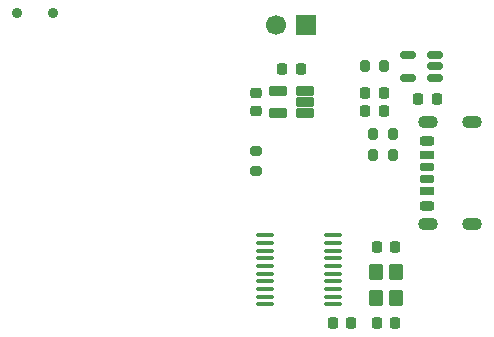
<source format=gbr>
%TF.GenerationSoftware,KiCad,Pcbnew,9.0.6*%
%TF.CreationDate,2025-11-17T13:54:39+01:00*%
%TF.ProjectId,CH32Console,43483332-436f-46e7-936f-6c652e6b6963,rev?*%
%TF.SameCoordinates,Original*%
%TF.FileFunction,Soldermask,Bot*%
%TF.FilePolarity,Negative*%
%FSLAX46Y46*%
G04 Gerber Fmt 4.6, Leading zero omitted, Abs format (unit mm)*
G04 Created by KiCad (PCBNEW 9.0.6) date 2025-11-17 13:54:39*
%MOMM*%
%LPD*%
G01*
G04 APERTURE LIST*
G04 Aperture macros list*
%AMRoundRect*
0 Rectangle with rounded corners*
0 $1 Rounding radius*
0 $2 $3 $4 $5 $6 $7 $8 $9 X,Y pos of 4 corners*
0 Add a 4 corners polygon primitive as box body*
4,1,4,$2,$3,$4,$5,$6,$7,$8,$9,$2,$3,0*
0 Add four circle primitives for the rounded corners*
1,1,$1+$1,$2,$3*
1,1,$1+$1,$4,$5*
1,1,$1+$1,$6,$7*
1,1,$1+$1,$8,$9*
0 Add four rect primitives between the rounded corners*
20,1,$1+$1,$2,$3,$4,$5,0*
20,1,$1+$1,$4,$5,$6,$7,0*
20,1,$1+$1,$6,$7,$8,$9,0*
20,1,$1+$1,$8,$9,$2,$3,0*%
G04 Aperture macros list end*
%ADD10C,0.900000*%
%ADD11RoundRect,0.150000X0.512500X0.150000X-0.512500X0.150000X-0.512500X-0.150000X0.512500X-0.150000X0*%
%ADD12RoundRect,0.102000X0.660000X0.295000X-0.660000X0.295000X-0.660000X-0.295000X0.660000X-0.295000X0*%
%ADD13RoundRect,0.225000X-0.250000X0.225000X-0.250000X-0.225000X0.250000X-0.225000X0.250000X0.225000X0*%
%ADD14RoundRect,0.225000X-0.225000X-0.250000X0.225000X-0.250000X0.225000X0.250000X-0.225000X0.250000X0*%
%ADD15R,1.700000X1.700000*%
%ADD16C,1.700000*%
%ADD17RoundRect,0.225000X0.225000X0.250000X-0.225000X0.250000X-0.225000X-0.250000X0.225000X-0.250000X0*%
%ADD18RoundRect,0.100000X0.637500X0.100000X-0.637500X0.100000X-0.637500X-0.100000X0.637500X-0.100000X0*%
%ADD19RoundRect,0.200000X-0.200000X-0.275000X0.200000X-0.275000X0.200000X0.275000X-0.200000X0.275000X0*%
%ADD20RoundRect,0.250000X0.350000X-0.450000X0.350000X0.450000X-0.350000X0.450000X-0.350000X-0.450000X0*%
%ADD21RoundRect,0.200000X0.200000X0.275000X-0.200000X0.275000X-0.200000X-0.275000X0.200000X-0.275000X0*%
%ADD22RoundRect,0.175000X-0.425000X0.175000X-0.425000X-0.175000X0.425000X-0.175000X0.425000X0.175000X0*%
%ADD23RoundRect,0.190000X0.410000X-0.190000X0.410000X0.190000X-0.410000X0.190000X-0.410000X-0.190000X0*%
%ADD24RoundRect,0.200000X0.400000X-0.200000X0.400000X0.200000X-0.400000X0.200000X-0.400000X-0.200000X0*%
%ADD25RoundRect,0.175000X0.425000X-0.175000X0.425000X0.175000X-0.425000X0.175000X-0.425000X-0.175000X0*%
%ADD26RoundRect,0.190000X-0.410000X0.190000X-0.410000X-0.190000X0.410000X-0.190000X0.410000X0.190000X0*%
%ADD27RoundRect,0.200000X-0.400000X0.200000X-0.400000X-0.200000X0.400000X-0.200000X0.400000X0.200000X0*%
%ADD28O,1.700000X1.100000*%
%ADD29RoundRect,0.200000X-0.275000X0.200000X-0.275000X-0.200000X0.275000X-0.200000X0.275000X0.200000X0*%
G04 APERTURE END LIST*
D10*
%TO.C,S1*%
X148000000Y-66250000D03*
X145000000Y-66250000D03*
%TD*%
D11*
%TO.C,U2*%
X180387500Y-69800000D03*
X180387500Y-70750000D03*
X180387500Y-71700000D03*
X178112500Y-71700000D03*
X178112500Y-69800000D03*
%TD*%
D12*
%TO.C,U3*%
X169395000Y-72800000D03*
X169395000Y-73750000D03*
X169395000Y-74700000D03*
X167105000Y-74700000D03*
X167105000Y-72800000D03*
%TD*%
D13*
%TO.C,C8*%
X165250000Y-72975000D03*
X165250000Y-74525000D03*
%TD*%
D14*
%TO.C,C1*%
X171725000Y-92500000D03*
X173275000Y-92500000D03*
%TD*%
D15*
%TO.C,+BAT-*%
X169500000Y-67250000D03*
D16*
X166960000Y-67250000D03*
%TD*%
D17*
%TO.C,C5*%
X177025000Y-86000000D03*
X175475000Y-86000000D03*
%TD*%
%TO.C,C7*%
X169000000Y-71000000D03*
X167450000Y-71000000D03*
%TD*%
D18*
%TO.C,U1*%
X171725000Y-85050000D03*
X171725000Y-85700000D03*
X171725000Y-86350000D03*
X171725000Y-87000000D03*
X171725000Y-87650000D03*
X171725000Y-88300000D03*
X171725000Y-88950000D03*
X171725000Y-89600000D03*
X171725000Y-90250000D03*
X171725000Y-90900000D03*
X166000000Y-90900000D03*
X166000000Y-90250000D03*
X166000000Y-89600000D03*
X166000000Y-88950000D03*
X166000000Y-88300000D03*
X166000000Y-87650000D03*
X166000000Y-87000000D03*
X166000000Y-86350000D03*
X166000000Y-85700000D03*
X166000000Y-85050000D03*
%TD*%
D17*
%TO.C,C6*%
X180525000Y-73500000D03*
X178975000Y-73500000D03*
%TD*%
D19*
%TO.C,R5*%
X174425000Y-70750000D03*
X176075000Y-70750000D03*
%TD*%
D20*
%TO.C,Y1*%
X175400000Y-90350000D03*
X175400000Y-88150000D03*
X177100000Y-88150000D03*
X177100000Y-90350000D03*
%TD*%
D17*
%TO.C,C2*%
X176025000Y-74500000D03*
X174475000Y-74500000D03*
%TD*%
%TO.C,C3*%
X176025000Y-73000000D03*
X174475000Y-73000000D03*
%TD*%
D14*
%TO.C,C4*%
X175475000Y-92500000D03*
X177025000Y-92500000D03*
%TD*%
D21*
%TO.C,R3*%
X176825000Y-76500000D03*
X175175000Y-76500000D03*
%TD*%
D22*
%TO.C,J1*%
X179670000Y-79300000D03*
D23*
X179670000Y-81320000D03*
D24*
X179670000Y-82550000D03*
D25*
X179670000Y-80300000D03*
D26*
X179670000Y-78280000D03*
D27*
X179670000Y-77050000D03*
D28*
X183550000Y-75480000D03*
X179750000Y-75480000D03*
X183550000Y-84120000D03*
X179750000Y-84120000D03*
%TD*%
D29*
%TO.C,R7*%
X165250000Y-77925000D03*
X165250000Y-79575000D03*
%TD*%
D21*
%TO.C,R2*%
X176825000Y-78250000D03*
X175175000Y-78250000D03*
%TD*%
M02*

</source>
